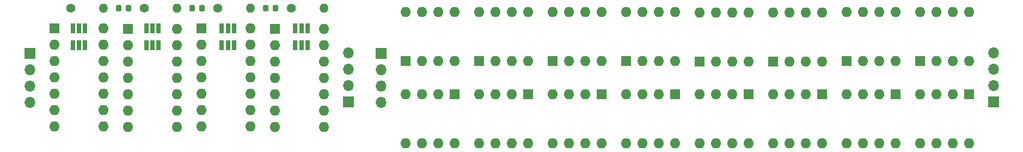
<source format=gbr>
%TF.GenerationSoftware,KiCad,Pcbnew,7.0.5*%
%TF.CreationDate,2024-09-18T03:37:09-04:00*%
%TF.ProjectId,stepper_motor_controller,73746570-7065-4725-9f6d-6f746f725f63,rev?*%
%TF.SameCoordinates,Original*%
%TF.FileFunction,Soldermask,Bot*%
%TF.FilePolarity,Negative*%
%FSLAX46Y46*%
G04 Gerber Fmt 4.6, Leading zero omitted, Abs format (unit mm)*
G04 Created by KiCad (PCBNEW 7.0.5) date 2024-09-18 03:37:09*
%MOMM*%
%LPD*%
G01*
G04 APERTURE LIST*
G04 Aperture macros list*
%AMRoundRect*
0 Rectangle with rounded corners*
0 $1 Rounding radius*
0 $2 $3 $4 $5 $6 $7 $8 $9 X,Y pos of 4 corners*
0 Add a 4 corners polygon primitive as box body*
4,1,4,$2,$3,$4,$5,$6,$7,$8,$9,$2,$3,0*
0 Add four circle primitives for the rounded corners*
1,1,$1+$1,$2,$3*
1,1,$1+$1,$4,$5*
1,1,$1+$1,$6,$7*
1,1,$1+$1,$8,$9*
0 Add four rect primitives between the rounded corners*
20,1,$1+$1,$2,$3,$4,$5,0*
20,1,$1+$1,$4,$5,$6,$7,0*
20,1,$1+$1,$6,$7,$8,$9,0*
20,1,$1+$1,$8,$9,$2,$3,0*%
G04 Aperture macros list end*
%ADD10O,1.400000X1.400000*%
%ADD11C,1.400000*%
%ADD12RoundRect,0.225000X-0.225000X-0.250000X0.225000X-0.250000X0.225000X0.250000X-0.225000X0.250000X0*%
%ADD13R,0.650000X1.560000*%
%ADD14R,1.600000X1.600000*%
%ADD15O,1.600000X1.600000*%
%ADD16R,1.700000X1.700000*%
%ADD17O,1.700000X1.700000*%
G04 APERTURE END LIST*
D10*
%TO.C,R14*%
X41910000Y-19685000D03*
D11*
X36830000Y-19685000D03*
%TD*%
%TO.C,R11*%
X48260000Y-19685000D03*
D10*
X53340000Y-19685000D03*
%TD*%
D11*
%TO.C,R8*%
X59690000Y-19685000D03*
D10*
X64770000Y-19685000D03*
%TD*%
D11*
%TO.C,R5*%
X71120000Y-19685000D03*
D10*
X76200000Y-19685000D03*
%TD*%
D12*
%TO.C,C20*%
X67170000Y-19685000D03*
X68720000Y-19685000D03*
%TD*%
%TO.C,C19*%
X55740000Y-19685000D03*
X57290000Y-19685000D03*
%TD*%
%TO.C,C18*%
X44310000Y-19685000D03*
X45860000Y-19685000D03*
%TD*%
D13*
%TO.C,Q4*%
X37150000Y-25480000D03*
X38100000Y-25480000D03*
X39050000Y-25480000D03*
X39050000Y-22780000D03*
X38100000Y-22780000D03*
X37150000Y-22780000D03*
%TD*%
%TO.C,Q3*%
X48580000Y-22780000D03*
X49530000Y-22780000D03*
X50480000Y-22780000D03*
X50480000Y-25480000D03*
X49530000Y-25480000D03*
X48580000Y-25480000D03*
%TD*%
%TO.C,Q2*%
X60325000Y-22780000D03*
X61275000Y-22780000D03*
X62225000Y-22780000D03*
X62225000Y-25480000D03*
X61275000Y-25480000D03*
X60325000Y-25480000D03*
%TD*%
%TO.C,Q1*%
X71755000Y-22780000D03*
X72705000Y-22780000D03*
X73655000Y-22780000D03*
X73655000Y-25480000D03*
X72705000Y-25480000D03*
X71755000Y-25480000D03*
%TD*%
D14*
%TO.C,U3*%
X34300000Y-22855000D03*
D15*
X34300000Y-25395000D03*
X34300000Y-27935000D03*
X34300000Y-30475000D03*
X34300000Y-33015000D03*
X34300000Y-35555000D03*
X34300000Y-38095000D03*
X41920000Y-38095000D03*
X41920000Y-35555000D03*
X41920000Y-33015000D03*
X41920000Y-30475000D03*
X41920000Y-27935000D03*
X41920000Y-25395000D03*
X41920000Y-22855000D03*
%TD*%
D14*
%TO.C,U2*%
X45720000Y-22860000D03*
D15*
X45720000Y-25400000D03*
X45720000Y-27940000D03*
X45720000Y-30480000D03*
X45720000Y-33020000D03*
X45720000Y-35560000D03*
X45720000Y-38100000D03*
X53340000Y-38100000D03*
X53340000Y-35560000D03*
X53340000Y-33020000D03*
X53340000Y-30480000D03*
X53340000Y-27940000D03*
X53340000Y-25400000D03*
X53340000Y-22860000D03*
%TD*%
D14*
%TO.C,U20*%
X68580000Y-22860000D03*
D15*
X68580000Y-25400000D03*
X68580000Y-27940000D03*
X68580000Y-30480000D03*
X68580000Y-33020000D03*
X68580000Y-35560000D03*
X68580000Y-38100000D03*
X76200000Y-38100000D03*
X76200000Y-35560000D03*
X76200000Y-33020000D03*
X76200000Y-30480000D03*
X76200000Y-27940000D03*
X76200000Y-25400000D03*
X76200000Y-22860000D03*
%TD*%
D16*
%TO.C,J3*%
X85090000Y-26680000D03*
D17*
X85090000Y-29220000D03*
X85090000Y-31760000D03*
X85090000Y-34300000D03*
%TD*%
D14*
%TO.C,U7*%
X107980000Y-33040000D03*
D15*
X105440000Y-33040000D03*
X102900000Y-33040000D03*
X100360000Y-33040000D03*
X100360000Y-40660000D03*
X102900000Y-40660000D03*
X105440000Y-40660000D03*
X107980000Y-40660000D03*
%TD*%
D14*
%TO.C,U13*%
X142250000Y-33050000D03*
D15*
X139710000Y-33050000D03*
X137170000Y-33050000D03*
X134630000Y-33050000D03*
X134630000Y-40670000D03*
X137170000Y-40670000D03*
X139710000Y-40670000D03*
X142250000Y-40670000D03*
%TD*%
D14*
%TO.C,U15*%
X153690000Y-33040000D03*
D15*
X151150000Y-33040000D03*
X148610000Y-33040000D03*
X146070000Y-33040000D03*
X146070000Y-40660000D03*
X148610000Y-40660000D03*
X151150000Y-40660000D03*
X153690000Y-40660000D03*
%TD*%
D16*
%TO.C,J1*%
X30480000Y-26680000D03*
D17*
X30480000Y-29220000D03*
X30480000Y-31760000D03*
X30480000Y-34300000D03*
%TD*%
D14*
%TO.C,U5*%
X88910000Y-27930000D03*
D15*
X91450000Y-27930000D03*
X93990000Y-27930000D03*
X96530000Y-27930000D03*
X96530000Y-20310000D03*
X93990000Y-20310000D03*
X91450000Y-20310000D03*
X88910000Y-20310000D03*
%TD*%
D16*
%TO.C,J2*%
X180340000Y-34280000D03*
D17*
X180340000Y-31740000D03*
X180340000Y-29200000D03*
X180340000Y-26660000D03*
%TD*%
D14*
%TO.C,U18*%
X168920000Y-27930000D03*
D15*
X171460000Y-27930000D03*
X174000000Y-27930000D03*
X176540000Y-27930000D03*
X176540000Y-20310000D03*
X174000000Y-20310000D03*
X171460000Y-20310000D03*
X168920000Y-20310000D03*
%TD*%
D14*
%TO.C,U8*%
X111760000Y-27930000D03*
D15*
X114300000Y-27930000D03*
X116840000Y-27930000D03*
X119380000Y-27930000D03*
X119380000Y-20310000D03*
X116840000Y-20310000D03*
X114300000Y-20310000D03*
X111760000Y-20310000D03*
%TD*%
D14*
%TO.C,U11*%
X130830000Y-33040000D03*
D15*
X128290000Y-33040000D03*
X125750000Y-33040000D03*
X123210000Y-33040000D03*
X123210000Y-40660000D03*
X125750000Y-40660000D03*
X128290000Y-40660000D03*
X130830000Y-40660000D03*
%TD*%
D14*
%TO.C,U12*%
X134620000Y-27940000D03*
D15*
X137160000Y-27940000D03*
X139700000Y-27940000D03*
X142240000Y-27940000D03*
X142240000Y-20320000D03*
X139700000Y-20320000D03*
X137160000Y-20320000D03*
X134620000Y-20320000D03*
%TD*%
D14*
%TO.C,U19*%
X176550000Y-33040000D03*
D15*
X174010000Y-33040000D03*
X171470000Y-33040000D03*
X168930000Y-33040000D03*
X168930000Y-40660000D03*
X171470000Y-40660000D03*
X174010000Y-40660000D03*
X176550000Y-40660000D03*
%TD*%
D14*
%TO.C,U9*%
X119390000Y-33040000D03*
D15*
X116850000Y-33040000D03*
X114310000Y-33040000D03*
X111770000Y-33040000D03*
X111770000Y-40660000D03*
X114310000Y-40660000D03*
X116850000Y-40660000D03*
X119390000Y-40660000D03*
%TD*%
D14*
%TO.C,U4*%
X96540000Y-33040000D03*
D15*
X94000000Y-33040000D03*
X91460000Y-33040000D03*
X88920000Y-33040000D03*
X88920000Y-40660000D03*
X91460000Y-40660000D03*
X94000000Y-40660000D03*
X96540000Y-40660000D03*
%TD*%
D14*
%TO.C,U1*%
X57160000Y-22855000D03*
D15*
X57160000Y-25395000D03*
X57160000Y-27935000D03*
X57160000Y-30475000D03*
X57160000Y-33015000D03*
X57160000Y-35555000D03*
X57160000Y-38095000D03*
X64780000Y-38095000D03*
X64780000Y-35555000D03*
X64780000Y-33015000D03*
X64780000Y-30475000D03*
X64780000Y-27935000D03*
X64780000Y-25395000D03*
X64780000Y-22855000D03*
%TD*%
D14*
%TO.C,U14*%
X146040000Y-27940000D03*
D15*
X148580000Y-27940000D03*
X151120000Y-27940000D03*
X153660000Y-27940000D03*
X153660000Y-20320000D03*
X151120000Y-20320000D03*
X148580000Y-20320000D03*
X146040000Y-20320000D03*
%TD*%
D14*
%TO.C,U10*%
X123180000Y-27930000D03*
D15*
X125720000Y-27930000D03*
X128260000Y-27930000D03*
X130800000Y-27930000D03*
X130800000Y-20310000D03*
X128260000Y-20310000D03*
X125720000Y-20310000D03*
X123180000Y-20310000D03*
%TD*%
D14*
%TO.C,U16*%
X157480000Y-27930000D03*
D15*
X160020000Y-27930000D03*
X162560000Y-27930000D03*
X165100000Y-27930000D03*
X165100000Y-20310000D03*
X162560000Y-20310000D03*
X160020000Y-20310000D03*
X157480000Y-20310000D03*
%TD*%
D14*
%TO.C,U17*%
X165130000Y-33030000D03*
D15*
X162590000Y-33030000D03*
X160050000Y-33030000D03*
X157510000Y-33030000D03*
X157510000Y-40650000D03*
X160050000Y-40650000D03*
X162590000Y-40650000D03*
X165130000Y-40650000D03*
%TD*%
D14*
%TO.C,U6*%
X100330000Y-27930000D03*
D15*
X102870000Y-27930000D03*
X105410000Y-27930000D03*
X107950000Y-27930000D03*
X107950000Y-20310000D03*
X105410000Y-20310000D03*
X102870000Y-20310000D03*
X100330000Y-20310000D03*
%TD*%
D16*
%TO.C,J4*%
X80010000Y-34280000D03*
D17*
X80010000Y-31740000D03*
X80010000Y-29200000D03*
X80010000Y-26660000D03*
%TD*%
M02*

</source>
